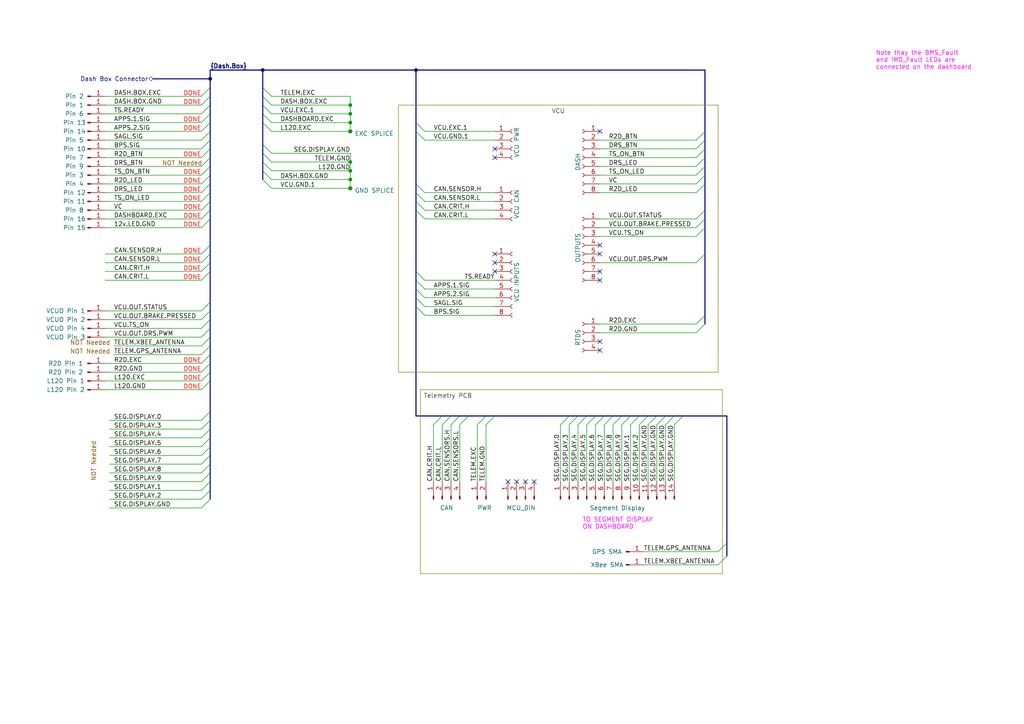
<source format=kicad_sch>
(kicad_sch (version 20230121) (generator eeschema)
  (paper "A4")
  (lib_symbols
    (symbol "Connector:Conn_01x01_Pin" (pin_names (offset 1.016) hide)
      (property "Reference" "J" (at 0 2.54 0))
      (property "Value" "Conn_01x01_Pin" (at 0 -2.54 0))
      (symbol "Conn_01x01_Pin_1_1"
        (polyline (pts (xy 1.27 0) (xy 0.8636 0)) (stroke (width 0.1524)))
        (rectangle (start 0.8636 0.127) (end 0 -0.127) (stroke (width 0.1524)) (fill (type outline)))
        (pin passive line (at 5.08 0 180) (length 3.81) (name "Pin_1") (number "1"))
      )
    )
    (symbol "Connector:Conn_01x02_Pin" (pin_names (offset 1.016) hide)
      (property "Reference" "J" (at 0 2.54 0))
      (property "Value" "Conn_01x02_Pin" (at 0 -5.08 0))
      (symbol "Conn_01x02_Pin_1_1"
        (polyline (pts (xy 1.27 -2.54) (xy 0.8636 -2.54)) (stroke (width 0.1524)))
        (polyline (pts (xy 1.27 0) (xy 0.8636 0)) (stroke (width 0.1524)))
        (rectangle (start 0.8636 -2.413) (end 0 -2.667) (stroke (width 0.1524)) (fill (type outline)))
        (rectangle (start 0.8636 0.127) (end 0 -0.127) (stroke (width 0.1524)) (fill (type outline)))
        (pin passive line (at 5.08 0 180) (length 3.81) (name "Pin_1") (number "1"))
        (pin passive line (at 5.08 -2.54 180) (length 3.81) (name "Pin_2") (number "2"))
      )
    )
    (symbol "Connector:Conn_01x04_Female" (pin_names (offset 1.016) hide)
      (property "Reference" "J" (at 0 5.08 0))
      (property "Value" "Conn_01x04_Female" (at 0 -7.62 0))
      (symbol "Conn_01x04_Female_1_1"
        (arc (start 0 -4.572) (mid -0.5058 -5.08) (end 0 -5.588) (stroke (width 0.1524)))
        (arc (start 0 -2.032) (mid -0.5058 -2.54) (end 0 -3.048) (stroke (width 0.1524)))
        (polyline (pts (xy -1.27 -5.08) (xy -0.508 -5.08)) (stroke (width 0.1524)))
        (polyline (pts (xy -1.27 -2.54) (xy -0.508 -2.54)) (stroke (width 0.1524)))
        (polyline (pts (xy -1.27 0) (xy -0.508 0)) (stroke (width 0.1524)))
        (polyline (pts (xy -1.27 2.54) (xy -0.508 2.54)) (stroke (width 0.1524)))
        (arc (start 0 0.508) (mid -0.5058 0) (end 0 -0.508) (stroke (width 0.1524)))
        (arc (start 0 3.048) (mid -0.5058 2.54) (end 0 2.032) (stroke (width 0.1524)))
        (pin passive line (at -5.08 2.54 0) (length 3.81) (name "Pin_1") (number "1"))
        (pin passive line (at -5.08 0 0) (length 3.81) (name "Pin_2") (number "2"))
        (pin passive line (at -5.08 -2.54 0) (length 3.81) (name "Pin_3") (number "3"))
        (pin passive line (at -5.08 -5.08 0) (length 3.81) (name "Pin_4") (number "4"))
      )
    )
    (symbol "Connector:Conn_01x04_Pin" (pin_names (offset 1.016) hide)
      (property "Reference" "J" (at 0 5.08 0))
      (property "Value" "Conn_01x04_Pin" (at 0 -7.62 0))
      (symbol "Conn_01x04_Pin_1_1"
        (polyline (pts (xy 1.27 -5.08) (xy 0.8636 -5.08)) (stroke (width 0.1524)))
        (polyline (pts (xy 1.27 -2.54) (xy 0.8636 -2.54)) (stroke (width 0.1524)))
        (polyline (pts (xy 1.27 0) (xy 0.8636 0)) (stroke (width 0.1524)))
        (polyline (pts (xy 1.27 2.54) (xy 0.8636 2.54)) (stroke (width 0.1524)))
        (rectangle (start 0.8636 -4.953) (end 0 -5.207) (stroke (width 0.1524)) (fill (type outline)))
        (rectangle (start 0.8636 -2.413) (end 0 -2.667) (stroke (width 0.1524)) (fill (type outline)))
        (rectangle (start 0.8636 0.127) (end 0 -0.127) (stroke (width 0.1524)) (fill (type outline)))
        (rectangle (start 0.8636 2.667) (end 0 2.413) (stroke (width 0.1524)) (fill (type outline)))
        (pin passive line (at 5.08 2.54 180) (length 3.81) (name "Pin_1") (number "1"))
        (pin passive line (at 5.08 0 180) (length 3.81) (name "Pin_2") (number "2"))
        (pin passive line (at 5.08 -2.54 180) (length 3.81) (name "Pin_3") (number "3"))
        (pin passive line (at 5.08 -5.08 180) (length 3.81) (name "Pin_4") (number "4"))
      )
    )
    (symbol "Connector:Conn_01x08_Female" (pin_names (offset 1.016) hide)
      (property "Reference" "J" (at 0 10.16 0))
      (property "Value" "Conn_01x08_Female" (at 0 -12.7 0))
      (symbol "Conn_01x08_Female_1_1"
        (arc (start 0 -9.652) (mid -0.5058 -10.16) (end 0 -10.668) (stroke (width 0.1524)))
        (arc (start 0 -7.112) (mid -0.5058 -7.62) (end 0 -8.128) (stroke (width 0.1524)))
        (arc (start 0 -4.572) (mid -0.5058 -5.08) (end 0 -5.588) (stroke (width 0.1524)))
        (arc (start 0 -2.032) (mid -0.5058 -2.54) (end 0 -3.048) (stroke (width 0.1524)))
        (polyline (pts (xy -1.27 -10.16) (xy -0.508 -10.16)) (stroke (width 0.1524)))
        (polyline (pts (xy -1.27 -7.62) (xy -0.508 -7.62)) (stroke (width 0.1524)))
        (polyline (pts (xy -1.27 -5.08) (xy -0.508 -5.08)) (stroke (width 0.1524)))
        (polyline (pts (xy -1.27 -2.54) (xy -0.508 -2.54)) (stroke (width 0.1524)))
        (polyline (pts (xy -1.27 0) (xy -0.508 0)) (stroke (width 0.1524)))
        (polyline (pts (xy -1.27 2.54) (xy -0.508 2.54)) (stroke (width 0.1524)))
        (polyline (pts (xy -1.27 5.08) (xy -0.508 5.08)) (stroke (width 0.1524)))
        (polyline (pts (xy -1.27 7.62) (xy -0.508 7.62)) (stroke (width 0.1524)))
        (arc (start 0 0.508) (mid -0.5058 0) (end 0 -0.508) (stroke (width 0.1524)))
        (arc (start 0 3.048) (mid -0.5058 2.54) (end 0 2.032) (stroke (width 0.1524)))
        (arc (start 0 5.588) (mid -0.5058 5.08) (end 0 4.572) (stroke (width 0.1524)))
        (arc (start 0 8.128) (mid -0.5058 7.62) (end 0 7.112) (stroke (width 0.1524)))
        (pin passive line (at -5.08 7.62 0) (length 3.81) (name "Pin_1") (number "1"))
        (pin passive line (at -5.08 5.08 0) (length 3.81) (name "Pin_2") (number "2"))
        (pin passive line (at -5.08 2.54 0) (length 3.81) (name "Pin_3") (number "3"))
        (pin passive line (at -5.08 0 0) (length 3.81) (name "Pin_4") (number "4"))
        (pin passive line (at -5.08 -2.54 0) (length 3.81) (name "Pin_5") (number "5"))
        (pin passive line (at -5.08 -5.08 0) (length 3.81) (name "Pin_6") (number "6"))
        (pin passive line (at -5.08 -7.62 0) (length 3.81) (name "Pin_7") (number "7"))
        (pin passive line (at -5.08 -10.16 0) (length 3.81) (name "Pin_8") (number "8"))
      )
    )
    (symbol "Connector:Conn_01x14_Pin" (pin_names (offset 1.016) hide)
      (property "Reference" "J" (at 0 17.78 0))
      (property "Value" "Conn_01x14_Pin" (at 0 -20.32 0))
      (symbol "Conn_01x14_Pin_1_1"
        (polyline (pts (xy 1.27 -17.78) (xy 0.8636 -17.78)) (stroke (width 0.1524)))
        (polyline (pts (xy 1.27 -15.24) (xy 0.8636 -15.24)) (stroke (width 0.1524)))
        (polyline (pts (xy 1.27 -12.7) (xy 0.8636 -12.7)) (stroke (width 0.1524)))
        (polyline (pts (xy 1.27 -10.16) (xy 0.8636 -10.16)) (stroke (width 0.1524)))
        (polyline (pts (xy 1.27 -7.62) (xy 0.8636 -7.62)) (stroke (width 0.1524)))
        (polyline (pts (xy 1.27 -5.08) (xy 0.8636 -5.08)) (stroke (width 0.1524)))
        (polyline (pts (xy 1.27 -2.54) (xy 0.8636 -2.54)) (stroke (width 0.1524)))
        (polyline (pts (xy 1.27 0) (xy 0.8636 0)) (stroke (width 0.1524)))
        (polyline (pts (xy 1.27 2.54) (xy 0.8636 2.54)) (stroke (width 0.1524)))
        (polyline (pts (xy 1.27 5.08) (xy 0.8636 5.08)) (stroke (width 0.1524)))
        (polyline (pts (xy 1.27 7.62) (xy 0.8636 7.62)) (stroke (width 0.1524)))
        (polyline (pts (xy 1.27 10.16) (xy 0.8636 10.16)) (stroke (width 0.1524)))
        (polyline (pts (xy 1.27 12.7) (xy 0.8636 12.7)) (stroke (width 0.1524)))
        (polyline (pts (xy 1.27 15.24) (xy 0.8636 15.24)) (stroke (width 0.1524)))
        (rectangle (start 0.8636 -17.653) (end 0 -17.907) (stroke (width 0.1524)) (fill (type outline)))
        (rectangle (start 0.8636 -15.113) (end 0 -15.367) (stroke (width 0.1524)) (fill (type outline)))
        (rectangle (start 0.8636 -12.573) (end 0 -12.827) (stroke (width 0.1524)) (fill (type outline)))
        (rectangle (start 0.8636 -10.033) (end 0 -10.287) (stroke (width 0.1524)) (fill (type outline)))
        (rectangle (start 0.8636 -7.493) (end 0 -7.747) (stroke (width 0.1524)) (fill (type outline)))
        (rectangle (start 0.8636 -4.953) (end 0 -5.207) (stroke (width 0.1524)) (fill (type outline)))
        (rectangle (start 0.8636 -2.413) (end 0 -2.667) (stroke (width 0.1524)) (fill (type outline)))
        (rectangle (start 0.8636 0.127) (end 0 -0.127) (stroke (width 0.1524)) (fill (type outline)))
        (rectangle (start 0.8636 2.667) (end 0 2.413) (stroke (width 0.1524)) (fill (type outline)))
        (rectangle (start 0.8636 5.207) (end 0 4.953) (stroke (width 0.1524)) (fill (type outline)))
        (rectangle (start 0.8636 7.747) (end 0 7.493) (stroke (width 0.1524)) (fill (type outline)))
        (rectangle (start 0.8636 10.287) (end 0 10.033) (stroke (width 0.1524)) (fill (type outline)))
        (rectangle (start 0.8636 12.827) (end 0 12.573) (stroke (width 0.1524)) (fill (type outline)))
        (rectangle (start 0.8636 15.367) (end 0 15.113) (stroke (width 0.1524)) (fill (type outline)))
        (pin passive line (at 5.08 15.24 180) (length 3.81) (name "Pin_1") (number "1"))
        (pin passive line (at 5.08 -7.62 180) (length 3.81) (name "Pin_10") (number "10"))
        (pin passive line (at 5.08 -10.16 180) (length 3.81) (name "Pin_11") (number "11"))
        (pin passive line (at 5.08 -12.7 180) (length 3.81) (name "Pin_12") (number "12"))
        (pin passive line (at 5.08 -15.24 180) (length 3.81) (name "Pin_13") (number "13"))
        (pin passive line (at 5.08 -17.78 180) (length 3.81) (name "Pin_14") (number "14"))
        (pin passive line (at 5.08 12.7 180) (length 3.81) (name "Pin_2") (number "2"))
        (pin passive line (at 5.08 10.16 180) (length 3.81) (name "Pin_3") (number "3"))
        (pin passive line (at 5.08 7.62 180) (length 3.81) (name "Pin_4") (number "4"))
        (pin passive line (at 5.08 5.08 180) (length 3.81) (name "Pin_5") (number "5"))
        (pin passive line (at 5.08 2.54 180) (length 3.81) (name "Pin_6") (number "6"))
        (pin passive line (at 5.08 0 180) (length 3.81) (name "Pin_7") (number "7"))
        (pin passive line (at 5.08 -2.54 180) (length 3.81) (name "Pin_8") (number "8"))
        (pin passive line (at 5.08 -5.08 180) (length 3.81) (name "Pin_9") (number "9"))
      )
    )
    (symbol "Connector:TestPoint_Small" (pin_numbers hide) (pin_names (offset 0.762) hide)
      (property "Reference" "TP" (at 0 3.81 0))
      (property "Value" "TestPoint_Small" (at 0 2.032 0))
      (symbol "TestPoint_Small_0_1"
        (circle (center 0 0) (radius 0.508))
      )
      (symbol "TestPoint_Small_1_1"
        (pin passive line (at 0 0 90) (length 0) (name "1") (number "1"))
      )
    )
  )
  (junction (at 76.2 20.32))
  (junction (at 101.6 30.48))
  (junction (at 101.6 35.56))
  (junction (at 101.6 46.99))
  (junction (at 120.65 20.32))
  (junction (at 60.96 22.86))
  (junction (at 101.6 38.1))
  (junction (at 101.6 52.07))
  (junction (at 101.6 33.02))
  (junction (at 101.6 49.53))
  (junction (at 101.6 54.61))
  (no_connect (at 143.51 43.18))
  (no_connect (at 143.51 45.72))
  (no_connect (at 173.99 81.28))
  (no_connect (at 173.99 38.1))
  (no_connect (at 173.99 99.06))
  (no_connect (at 173.99 71.12))
  (no_connect (at 147.32 139.7))
  (no_connect (at 143.51 76.2))
  (no_connect (at 154.94 139.7))
  (no_connect (at 173.99 101.6))
  (no_connect (at 173.99 73.66))
  (no_connect (at 173.99 78.74))
  (no_connect (at 143.51 78.74))
  (no_connect (at 149.86 139.7))
  (no_connect (at 143.51 73.66))
  (no_connect (at 152.4 139.7))
  (bus_entry (at 204.47 38.1) (size -2.54 2.54))
  (bus_entry (at 120.65 81.28) (size 2.54 2.54))
  (bus_entry (at 58.42 107.95) (size 2.54 -2.54))
  (bus_entry (at 76.2 35.56) (size 2.54 2.54))
  (bus_entry (at 120.65 55.88) (size 2.54 2.54))
  (bus_entry (at 187.96 120.65) (size -2.54 2.54))
  (bus_entry (at 58.42 76.2) (size 2.54 -2.54))
  (bus_entry (at 204.47 53.34) (size -2.54 2.54))
  (bus_entry (at 204.47 45.72) (size -2.54 2.54))
  (bus_entry (at 201.93 63.5) (size 2.54 -2.54))
  (bus_entry (at 170.18 120.65) (size -2.54 2.54))
  (bus_entry (at 60.96 124.46) (size -2.54 2.54))
  (bus_entry (at 58.42 43.18) (size 2.54 -2.54))
  (bus_entry (at 120.65 88.9) (size 2.54 2.54))
  (bus_entry (at 58.42 33.02) (size 2.54 -2.54))
  (bus_entry (at 60.96 127) (size -2.54 2.54))
  (bus_entry (at 120.65 58.42) (size 2.54 2.54))
  (bus_entry (at 58.42 90.17) (size 2.54 -2.54))
  (bus_entry (at 60.96 139.7) (size -2.54 2.54))
  (bus_entry (at 120.65 83.82) (size 2.54 2.54))
  (bus_entry (at 201.93 66.04) (size 2.54 -2.54))
  (bus_entry (at 135.89 120.65) (size -2.54 2.54))
  (bus_entry (at 204.47 50.8) (size -2.54 2.54))
  (bus_entry (at 76.2 52.07) (size 2.54 2.54))
  (bus_entry (at 185.42 120.65) (size -2.54 2.54))
  (bus_entry (at 58.42 35.56) (size 2.54 -2.54))
  (bus_entry (at 60.96 97.79) (size -2.54 2.54))
  (bus_entry (at 140.97 120.65) (size -2.54 2.54))
  (bus_entry (at 201.93 76.2) (size 2.54 -2.54))
  (bus_entry (at 198.12 120.65) (size -2.54 2.54))
  (bus_entry (at 60.96 132.08) (size -2.54 2.54))
  (bus_entry (at 58.42 73.66) (size 2.54 -2.54))
  (bus_entry (at 76.2 27.94) (size 2.54 2.54))
  (bus_entry (at 143.51 120.65) (size -2.54 2.54))
  (bus_entry (at 60.96 144.78) (size -2.54 2.54))
  (bus_entry (at 58.42 30.48) (size 2.54 -2.54))
  (bus_entry (at 204.47 48.26) (size -2.54 2.54))
  (bus_entry (at 76.2 33.02) (size 2.54 2.54))
  (bus_entry (at 177.8 120.65) (size -2.54 2.54))
  (bus_entry (at 120.65 38.1) (size 2.54 2.54))
  (bus_entry (at 58.42 78.74) (size 2.54 -2.54))
  (bus_entry (at 120.65 78.74) (size 2.54 2.54))
  (bus_entry (at 60.96 60.96) (size -2.54 2.54))
  (bus_entry (at 60.96 63.5) (size -2.54 2.54))
  (bus_entry (at 58.42 105.41) (size 2.54 -2.54))
  (bus_entry (at 58.42 38.1) (size 2.54 -2.54))
  (bus_entry (at 210.82 157.48) (size -2.54 2.54))
  (bus_entry (at 58.42 58.42) (size 2.54 -2.54))
  (bus_entry (at 210.82 161.29) (size -2.54 2.54))
  (bus_entry (at 58.42 48.26) (size 2.54 -2.54))
  (bus_entry (at 58.42 81.28) (size 2.54 -2.54))
  (bus_entry (at 195.58 120.65) (size -2.54 2.54))
  (bus_entry (at 58.42 55.88) (size 2.54 -2.54))
  (bus_entry (at 128.27 120.65) (size -2.54 2.54))
  (bus_entry (at 58.42 60.96) (size 2.54 -2.54))
  (bus_entry (at 204.47 43.18) (size -2.54 2.54))
  (bus_entry (at 60.96 100.33) (size -2.54 2.54))
  (bus_entry (at 58.42 40.64) (size 2.54 -2.54))
  (bus_entry (at 172.72 120.65) (size -2.54 2.54))
  (bus_entry (at 76.2 25.4) (size 2.54 2.54))
  (bus_entry (at 182.88 120.65) (size -2.54 2.54))
  (bus_entry (at 120.65 86.36) (size 2.54 2.54))
  (bus_entry (at 165.1 120.65) (size -2.54 2.54))
  (bus_entry (at 120.65 35.56) (size 2.54 2.54))
  (bus_entry (at 61.0101 129.5559) (size -2.54 2.54))
  (bus_entry (at 58.42 97.79) (size 2.54 -2.54))
  (bus_entry (at 175.26 120.65) (size -2.54 2.54))
  (bus_entry (at 58.42 53.34) (size 2.54 -2.54))
  (bus_entry (at 130.81 120.65) (size -2.54 2.54))
  (bus_entry (at 60.96 137.16) (size -2.54 2.54))
  (bus_entry (at 76.2 44.45) (size 2.54 2.54))
  (bus_entry (at 180.34 120.65) (size -2.54 2.54))
  (bus_entry (at 204.47 40.64) (size -2.54 2.54))
  (bus_entry (at 201.93 68.58) (size 2.54 -2.54))
  (bus_entry (at 58.42 110.49) (size 2.54 -2.54))
  (bus_entry (at 58.42 113.03) (size 2.54 -2.54))
  (bus_entry (at 204.47 93.98) (size -2.54 2.54))
  (bus_entry (at 76.2 49.53) (size 2.54 2.54))
  (bus_entry (at 60.96 121.92) (size -2.54 2.54))
  (bus_entry (at 193.04 120.65) (size -2.54 2.54))
  (bus_entry (at 58.42 95.25) (size 2.54 -2.54))
  (bus_entry (at 76.2 46.99) (size 2.54 2.54))
  (bus_entry (at 58.42 27.94) (size 2.54 -2.54))
  (bus_entry (at 167.64 120.65) (size -2.54 2.54))
  (bus_entry (at 76.2 41.91) (size 2.54 2.54))
  (bus_entry (at 58.42 45.72) (size 2.54 -2.54))
  (bus_entry (at 204.47 91.44) (size -2.54 2.54))
  (bus_entry (at 58.42 50.8) (size 2.54 -2.54))
  (bus_entry (at 60.96 134.62) (size -2.54 2.54))
  (bus_entry (at 120.65 60.96) (size 2.54 2.54))
  (bus_entry (at 58.42 92.71) (size 2.54 -2.54))
  (bus_entry (at 60.96 119.38) (size -2.54 2.54))
  (bus_entry (at 120.65 53.34) (size 2.54 2.54))
  (bus_entry (at 133.35 120.65) (size -2.54 2.54))
  (bus_entry (at 76.2 30.48) (size 2.54 2.54))
  (bus_entry (at 190.5 120.65) (size -2.54 2.54))
  (bus_entry (at 60.96 142.24) (size -2.54 2.54))
  (wire (pts (xy 101.6 49.53) (xy 101.6 52.07)))
  (bus (pts (xy 76.2 30.48) (xy 76.2 33.02)))
  (bus (pts (xy 60.96 35.56) (xy 60.96 33.02)))
  (wire (pts (xy 177.8 123.19) (xy 177.8 139.7)))
  (wire (pts (xy 30.48 50.8) (xy 58.42 50.8)))
  (bus (pts (xy 60.96 139.7) (xy 60.96 142.24)))
  (bus (pts (xy 190.5 120.65) (xy 193.04 120.65)))
  (wire (pts (xy 30.48 33.02) (xy 58.42 33.02)))
  (bus (pts (xy 120.65 55.88) (xy 120.65 58.42)))
  (bus (pts (xy 60.96 60.96) (xy 60.96 63.5)))
  (wire (pts (xy 173.99 50.8) (xy 201.93 50.8)))
  (wire (pts (xy 31.75 139.7) (xy 58.42 139.7)))
  (bus (pts (xy 120.65 83.82) (xy 120.65 86.36)))
  (bus (pts (xy 204.47 48.26) (xy 204.47 50.8)))
  (bus (pts (xy 204.47 63.5) (xy 204.47 66.04)))
  (wire (pts (xy 173.99 40.64) (xy 201.93 40.64)))
  (bus (pts (xy 60.96 105.41) (xy 60.96 107.95)))
  (wire (pts (xy 31.75 142.24) (xy 58.42 142.24)))
  (wire (pts (xy 173.99 66.04) (xy 201.93 66.04)))
  (bus (pts (xy 170.18 120.65) (xy 172.72 120.65)))
  (bus (pts (xy 133.35 120.65) (xy 135.89 120.65)))
  (bus (pts (xy 76.2 20.32) (xy 76.2 25.4)))
  (bus (pts (xy 210.82 120.65) (xy 210.82 157.48)))
  (wire (pts (xy 31.8001 132.0959) (xy 58.4701 132.0959)))
  (bus (pts (xy 177.8 120.65) (xy 180.34 120.65)))
  (bus (pts (xy 185.42 120.65) (xy 187.96 120.65)))
  (wire (pts (xy 30.48 60.96) (xy 58.42 60.96)))
  (wire (pts (xy 30.48 73.66) (xy 58.42 73.66)))
  (bus (pts (xy 195.58 120.65) (xy 198.12 120.65)))
  (bus (pts (xy 60.96 38.1) (xy 60.96 35.56)))
  (wire (pts (xy 175.26 123.19) (xy 175.26 139.7)))
  (bus (pts (xy 120.65 53.34) (xy 120.65 55.88)))
  (bus (pts (xy 120.65 35.56) (xy 120.65 20.32)))
  (wire (pts (xy 162.56 123.19) (xy 162.56 139.7)))
  (bus (pts (xy 60.96 92.71) (xy 60.96 95.25)))
  (wire (pts (xy 193.04 123.19) (xy 193.04 139.7)))
  (bus (pts (xy 120.65 60.96) (xy 120.65 78.74)))
  (bus (pts (xy 198.12 120.65) (xy 210.82 120.65)))
  (wire (pts (xy 128.27 123.19) (xy 128.27 139.7)))
  (bus (pts (xy 60.96 40.64) (xy 60.96 38.1)))
  (bus (pts (xy 76.2 41.91) (xy 76.2 44.45)))
  (bus (pts (xy 204.47 60.96) (xy 204.47 63.5)))
  (wire (pts (xy 33.02 100.33) (xy 58.42 100.33)))
  (wire (pts (xy 123.19 88.9) (xy 143.51 88.9)))
  (bus (pts (xy 120.65 78.74) (xy 120.65 81.28)))
  (wire (pts (xy 123.19 81.28) (xy 143.51 81.28)))
  (wire (pts (xy 31.75 127) (xy 58.42 127)))
  (wire (pts (xy 30.48 90.17) (xy 58.42 90.17)))
  (wire (pts (xy 58.42 40.64) (xy 30.48 40.64)))
  (bus (pts (xy 180.34 120.65) (xy 182.88 120.65)))
  (bus (pts (xy 120.65 38.1) (xy 120.65 53.34)))
  (wire (pts (xy 167.64 123.19) (xy 167.64 139.7)))
  (wire (pts (xy 30.48 43.18) (xy 58.42 43.18)))
  (wire (pts (xy 33.02 102.87) (xy 58.42 102.87)))
  (wire (pts (xy 101.6 52.07) (xy 101.6 54.61)))
  (wire (pts (xy 125.73 123.19) (xy 125.73 139.7)))
  (wire (pts (xy 30.48 53.34) (xy 58.42 53.34)))
  (wire (pts (xy 130.81 123.19) (xy 130.81 139.7)))
  (bus (pts (xy 204.47 45.72) (xy 204.47 48.26)))
  (wire (pts (xy 30.48 76.2) (xy 58.42 76.2)))
  (bus (pts (xy 76.2 27.94) (xy 76.2 30.48)))
  (bus (pts (xy 60.96 121.92) (xy 60.96 124.46)))
  (bus (pts (xy 60.96 27.94) (xy 60.96 30.48)))
  (wire (pts (xy 173.99 55.88) (xy 201.93 55.88)))
  (wire (pts (xy 30.48 55.88) (xy 58.42 55.88)))
  (wire (pts (xy 101.6 44.45) (xy 101.6 46.99)))
  (wire (pts (xy 30.48 63.5) (xy 58.42 63.5)))
  (bus (pts (xy 60.96 134.62) (xy 60.96 137.16)))
  (wire (pts (xy 31.75 121.92) (xy 58.42 121.92)))
  (wire (pts (xy 31.75 129.54) (xy 58.42 129.54)))
  (wire (pts (xy 170.18 123.19) (xy 170.18 139.7)))
  (bus (pts (xy 60.96 43.18) (xy 60.96 45.72)))
  (wire (pts (xy 30.48 78.74) (xy 58.42 78.74)))
  (bus (pts (xy 60.96 50.8) (xy 60.96 53.34)))
  (wire (pts (xy 173.99 96.52) (xy 201.93 96.52)))
  (bus (pts (xy 60.96 142.24) (xy 60.96 144.78)))
  (wire (pts (xy 140.97 123.19) (xy 140.97 139.7)))
  (bus (pts (xy 60.96 27.94) (xy 60.96 25.4)))
  (bus (pts (xy 60.96 78.74) (xy 60.96 87.63)))
  (bus (pts (xy 120.65 88.9) (xy 120.65 120.65)))
  (bus (pts (xy 204.47 40.64) (xy 204.47 43.18)))
  (bus (pts (xy 76.2 49.53) (xy 76.2 52.07)))
  (wire (pts (xy 123.19 38.1) (xy 143.51 38.1)))
  (bus (pts (xy 60.96 71.12) (xy 60.96 73.66)))
  (bus (pts (xy 135.89 120.65) (xy 140.97 120.65)))
  (wire (pts (xy 78.74 27.94) (xy 101.6 27.94)))
  (wire (pts (xy 101.6 46.99) (xy 101.6 49.53)))
  (wire (pts (xy 78.74 44.45) (xy 101.6 44.45)))
  (wire (pts (xy 30.48 95.25) (xy 58.42 95.25)))
  (wire (pts (xy 123.19 83.82) (xy 143.51 83.82)))
  (wire (pts (xy 30.48 38.1) (xy 58.42 38.1)))
  (wire (pts (xy 31.75 137.16) (xy 58.42 137.16)))
  (wire (pts (xy 165.1 123.19) (xy 165.1 139.7)))
  (bus (pts (xy 60.96 137.16) (xy 60.96 139.7)))
  (wire (pts (xy 30.48 97.79) (xy 58.42 97.79)))
  (bus (pts (xy 60.96 20.32) (xy 76.2 20.32)))
  (bus (pts (xy 60.96 48.26) (xy 60.96 50.8)))
  (wire (pts (xy 30.48 107.95) (xy 58.42 107.95)))
  (bus (pts (xy 165.1 120.65) (xy 167.64 120.65)))
  (wire (pts (xy 101.6 27.94) (xy 101.6 30.48)))
  (bus (pts (xy 204.47 50.8) (xy 204.47 53.34)))
  (bus (pts (xy 60.96 97.79) (xy 60.96 100.33)))
  (wire (pts (xy 30.48 110.49) (xy 58.42 110.49)))
  (wire (pts (xy 78.74 33.02) (xy 101.6 33.02)))
  (bus (pts (xy 76.2 35.56) (xy 76.2 41.91)))
  (bus (pts (xy 204.47 43.18) (xy 204.47 45.72)))
  (bus (pts (xy 76.2 46.99) (xy 76.2 49.53)))
  (bus (pts (xy 210.82 157.48) (xy 210.82 161.29)))
  (bus (pts (xy 60.96 40.64) (xy 60.96 43.18)))
  (wire (pts (xy 78.74 30.48) (xy 101.6 30.48)))
  (bus (pts (xy 204.47 66.04) (xy 204.47 73.66)))
  (bus (pts (xy 60.96 124.46) (xy 60.96 127)))
  (wire (pts (xy 78.74 35.56) (xy 101.6 35.56)))
  (wire (pts (xy 190.5 123.19) (xy 190.5 139.7)))
  (bus (pts (xy 60.96 30.48) (xy 60.96 33.02)))
  (wire (pts (xy 78.74 52.07) (xy 101.6 52.07)))
  (wire (pts (xy 78.74 38.1) (xy 101.6 38.1)))
  (bus (pts (xy 60.96 55.88) (xy 60.96 58.42)))
  (wire (pts (xy 123.19 63.5) (xy 143.51 63.5)))
  (wire (pts (xy 30.48 105.41) (xy 58.42 105.41)))
  (bus (pts (xy 60.96 90.17) (xy 60.96 92.71)))
  (bus (pts (xy 204.47 73.66) (xy 204.47 91.44)))
  (wire (pts (xy 133.35 123.19) (xy 133.35 139.7)))
  (bus (pts (xy 128.27 120.65) (xy 120.65 120.65)))
  (wire (pts (xy 78.74 49.53) (xy 101.6 49.53)))
  (bus (pts (xy 120.65 86.36) (xy 120.65 88.9)))
  (wire (pts (xy 123.19 91.44) (xy 143.51 91.44)))
  (wire (pts (xy 101.6 30.48) (xy 101.6 33.02)))
  (wire (pts (xy 31.75 124.46) (xy 58.42 124.46)))
  (bus (pts (xy 140.97 120.65) (xy 143.51 120.65)))
  (wire (pts (xy 173.99 63.5) (xy 201.93 63.5)))
  (wire (pts (xy 123.19 40.64) (xy 143.51 40.64)))
  (wire (pts (xy 173.99 43.18) (xy 201.93 43.18)))
  (bus (pts (xy 167.64 120.65) (xy 170.18 120.65)))
  (wire (pts (xy 30.48 27.94) (xy 58.42 27.94)))
  (wire (pts (xy 123.19 60.96) (xy 143.51 60.96)))
  (wire (pts (xy 180.34 123.19) (xy 180.34 139.7)))
  (bus (pts (xy 175.26 120.65) (xy 177.8 120.65)))
  (wire (pts (xy 58.42 35.56) (xy 30.48 35.56)))
  (bus (pts (xy 60.96 20.32) (xy 60.96 22.86)))
  (bus (pts (xy 76.2 44.45) (xy 76.2 46.99)))
  (bus (pts (xy 60.96 95.25) (xy 60.96 97.79)))
  (wire (pts (xy 31.75 134.62) (xy 58.42 134.62)))
  (wire (pts (xy 101.6 33.02) (xy 101.6 35.56)))
  (bus (pts (xy 60.96 102.87) (xy 60.96 105.41)))
  (bus (pts (xy 60.96 58.42) (xy 60.96 60.96)))
  (bus (pts (xy 60.96 87.63) (xy 60.96 90.17)))
  (bus (pts (xy 76.2 20.32) (xy 120.65 20.32)))
  (bus (pts (xy 76.2 33.02) (xy 76.2 35.56)))
  (wire (pts (xy 30.48 113.03) (xy 58.42 113.03)))
  (bus (pts (xy 60.96 132.08) (xy 60.96 134.62)))
  (wire (pts (xy 78.74 46.99) (xy 101.6 46.99)))
  (wire (pts (xy 173.99 93.98) (xy 201.93 93.98)))
  (wire (pts (xy 123.19 86.36) (xy 143.51 86.36)))
  (bus (pts (xy 60.96 119.38) (xy 60.96 121.92)))
  (wire (pts (xy 173.99 45.72) (xy 201.93 45.72)))
  (wire (pts (xy 186.69 163.83) (xy 208.28 163.83)))
  (wire (pts (xy 173.99 68.58) (xy 201.93 68.58)))
  (wire (pts (xy 123.19 58.42) (xy 143.51 58.42)))
  (bus (pts (xy 60.96 25.4) (xy 60.96 22.86)))
  (wire (pts (xy 187.96 123.19) (xy 187.96 139.7)))
  (bus (pts (xy 172.72 120.65) (xy 175.26 120.65)))
  (wire (pts (xy 172.72 123.19) (xy 172.72 139.7)))
  (wire (pts (xy 30.48 92.71) (xy 58.42 92.71)))
  (bus (pts (xy 60.96 107.95) (xy 60.96 110.49)))
  (bus (pts (xy 60.96 45.72) (xy 60.96 48.26)))
  (wire (pts (xy 186.69 160.02) (xy 208.28 160.02)))
  (wire (pts (xy 182.88 123.19) (xy 182.88 139.7)))
  (wire (pts (xy 101.6 35.56) (xy 101.6 38.1)))
  (wire (pts (xy 173.99 76.2) (xy 201.93 76.2)))
  (wire (pts (xy 173.99 48.26) (xy 201.93 48.26)))
  (wire (pts (xy 123.19 55.88) (xy 143.51 55.88)))
  (bus (pts (xy 60.96 127) (xy 60.96 132.08)))
  (wire (pts (xy 173.99 53.34) (xy 201.93 53.34)))
  (bus (pts (xy 120.65 58.42) (xy 120.65 60.96)))
  (bus (pts (xy 60.96 73.66) (xy 60.96 76.2)))
  (bus (pts (xy 204.47 38.1) (xy 204.47 40.64)))
  (wire (pts (xy 31.75 144.78) (xy 58.42 144.78)))
  (bus (pts (xy 60.96 53.34) (xy 60.96 55.88)))
  (bus (pts (xy 44.45 22.86) (xy 60.96 22.86)))
  (wire (pts (xy 30.48 58.42) (xy 58.42 58.42)))
  (bus (pts (xy 120.65 38.1) (xy 120.65 35.56)))
  (bus (pts (xy 128.27 120.65) (xy 130.81 120.65)))
  (bus (pts (xy 130.81 120.65) (xy 133.35 120.65)))
  (wire (pts (xy 195.58 123.19) (xy 195.58 139.7)))
  (wire (pts (xy 30.48 45.72) (xy 58.42 45.72)))
  (bus (pts (xy 204.47 91.44) (xy 204.47 93.98)))
  (bus (pts (xy 204.47 53.34) (xy 204.47 60.96)))
  (bus (pts (xy 187.96 120.65) (xy 190.5 120.65)))
  (bus (pts (xy 60.96 63.5) (xy 60.96 71.12)))
  (bus (pts (xy 182.88 120.65) (xy 185.42 120.65)))
  (wire (pts (xy 30.48 66.04) (xy 58.42 66.04)))
  (bus (pts (xy 76.2 25.4) (xy 76.2 27.94)))
  (bus (pts (xy 60.96 110.49) (xy 60.96 119.38)))
  (bus (pts (xy 204.47 20.32) (xy 204.47 38.1)))
  (wire (pts (xy 30.48 30.48) (xy 58.42 30.48)))
  (bus (pts (xy 143.51 120.65) (xy 165.1 120.65)))
  (bus (pts (xy 120.65 81.28) (xy 120.65 83.82)))
  (bus (pts (xy 60.96 100.33) (xy 60.96 102.87)))
  (wire (pts (xy 78.74 54.61) (xy 101.6 54.61)))
  (bus (pts (xy 60.96 76.2) (xy 60.96 78.74)))
  (wire (pts (xy 31.75 147.32) (xy 58.42 147.32)))
  (bus (pts (xy 120.65 20.32) (xy 204.47 20.32)))
  (wire (pts (xy 185.42 123.19) (xy 185.42 139.7)))
  (wire (pts (xy 30.48 48.26) (xy 58.42 48.26)))
  (wire (pts (xy 138.43 123.19) (xy 138.43 139.7)))
  (wire (pts (xy 30.48 81.28) (xy 58.42 81.28)))
  (bus (pts (xy 193.04 120.65) (xy 195.58 120.65)))
  (text_box "VCU" (at 115.57 30.48 0) (size 92.71 77.47) (stroke (width 0) (color 132 132 0 1)) (effects (font (size 1.27 1.27)) (justify top)))
  (text_box "Telemetry PCB" (at 121.92 113.03 0) (size 87.63 53.34) (stroke (width 0) (color 132 132 0 1)) (effects (font (size 1.27 1.27)) (justify left top)))
  (text "DONE" (at 58.42 30.48 0) (effects (font (size 1.27 1.27)) (justify right bottom)))
  (text "DONE" (at 58.42 73.66 0) (effects (font (size 1.27 1.27)) (justify right bottom)))
  (text "NOT Needed" (at 46.99 48.26 0) (effects (font (size 1.27 1.27)) (justify left bottom)))
  (text "DONE" (at 58.42 38.1 0) (effects (font (size 1.27 1.27)) (justify right bottom)))
  (text "TO SEGMENT DISPLAY\nON DASHBOARD" (at 168.91 153.67 0) (effects (font (size 1.27 1.27)) (justify left bottom)))
  (text "NOT Needed" (at 20.32 102.87 0) (effects (font (size 1.27 1.27)) (justify left bottom)))
  (text "DONE" (at 58.42 55.88 0) (effects (font (size 1.27 1.27)) (justify right bottom)))
  (text "DONE" (at 58.42 76.2 0) (effects (font (size 1.27 1.27)) (justify right bottom)))
  (text "Note thay the BMS_Fault \nand IMD_Fault LEDs are \nconnected on the dashboard" (at 254 20.32 0) (effects (font (size 1.27 1.27)) (justify left bottom)))
  (text "DONE" (at 58.42 58.42 0) (effects (font (size 1.27 1.27)) (justify right bottom)))
  (text "DONE" (at 58.42 63.5 0) (effects (font (size 1.27 1.27)) (justify right bottom)))
  (text "DONE" (at 58.42 110.49 0) (effects (font (size 1.27 1.27)) (justify right bottom)))
  (text "DONE" (at 58.42 60.96 0) (effects (font (size 1.27 1.27)) (justify right bottom)))
  (text "DONE" (at 58.42 53.34 0) (effects (font (size 1.27 1.27)) (justify right bottom)))
  (text "DONE" (at 58.42 107.95 0) (effects (font (size 1.27 1.27)) (justify right bottom)))
  (text "DONE" (at 58.42 35.56 0) (effects (font (size 1.27 1.27)) (justify right bottom)))
  (text "DONE" (at 58.42 78.74 0) (effects (font (size 1.27 1.27)) (justify right bottom)))
  (text "DONE" (at 58.42 27.94 0) (effects (font (size 1.27 1.27)) (justify right bottom)))
  (text "DONE" (at 58.42 66.04 0) (effects (font (size 1.27 1.27)) (justify right bottom)))
  (text "DONE" (at 58.42 45.72 0) (effects (font (size 1.27 1.27)) (justify right bottom)))
  (text "DONE" (at 58.42 81.28 0) (effects (font (size 1.27 1.27)) (justify right bottom)))
  (text "DONE" (at 58.42 113.03 0) (effects (font (size 1.27 1.27)) (justify right bottom)))
  (text "DONE" (at 58.42 105.41 0) (effects (font (size 1.27 1.27)) (justify right bottom)))
  (text "NOT Needed" (at 20.32 100.33 0) (effects (font (size 1.27 1.27)) (justify left bottom)))
  (text "DONE" (at 58.42 50.8 0) (effects (font (size 1.27 1.27)) (justify right bottom)))
  (text "NOT Needed" (at 27.94 139.7 90) (effects (font (size 1.27 1.27)) (justify left bottom)))
  (label "BPS.SIG" (at 125.73 91.44 0))
  (label "R2D_BTN" (at 33.02 45.72 0))
  (label "TS_ON_BTN" (at 33.02 50.8 0))
  (label "R2D.EXC" (at 33.02 105.41 0))
  (label "DASH.BOX.GND" (at 81.28 52.07 0))
  (label "DRS_LED" (at 33.02 55.88 0))
  (label "SEG.DISPLAY.9" (at 180.34 139.7 90))
  (label "CAN.CRIT.H" (at 33.02 78.74 0))
  (label "TELEM.GPS_ANTENNA" (at 33.02 102.87 0))
  (label "CAN.CRIT.L" (at 128.27 139.7 90))
  (label "VCU.OUT.DRS.PWM" (at 33.02 97.79 0))
  (label "SEG.DISPLAY.0" (at 33.02 121.92 0))
  (label "VCU.TS_ON" (at 176.53 68.58 0))
  (label "CAN.SENSORS.H" (at 130.81 139.7 90))
  (label "DRS_LED" (at 176.53 48.26 0))
  (label "SAGL.SIG" (at 125.73 88.9 0))
  (label "CAN.SENSOR.L" (at 125.73 58.42 0))
  (label "TS_ON_LED" (at 176.53 50.8 0))
  (label "CAN.SENSOR.H" (at 125.73 55.88 0))
  (label "DRS_BTN" (at 176.53 43.18 0))
  (label "VCU.OUT.DRS.PWM" (at 176.53 76.2 0))
  (label "L120.GND" (at 33.02 113.03 0))
  (label "SEG.DISPLAY.6" (at 172.72 139.7 90))
  (label "SEG.DISPLAY.3" (at 33.02 124.46 0))
  (label "SEG.DISPLAY.4" (at 167.64 139.7 90))
  (label "SEG.DISPLAY.6" (at 33.02 132.08 0))
  (label "L120.EXC" (at 81.28 38.1 0))
  (label "TELEM.EXC" (at 138.43 139.7 90))
  (label "SEG.DISPLAY.1" (at 33.02 142.24 0))
  (label "DASHBOARD.EXC" (at 33.02 63.5 0))
  (label "SEG.DISPLAY.0" (at 162.56 139.7 90))
  (label "R2D_BTN" (at 176.53 40.64 0))
  (label "VCU.GND.1" (at 81.28 54.61 0))
  (label "SEG.DISPLAY.GND" (at 187.96 139.7 90))
  (label "TS.READY" (at 143.51 81.28 180))
  (label "CAN.CRIT.L" (at 125.73 63.5 0))
  (label "TELEM.XBEE_ANTENNA" (at 33.02 100.33 0))
  (label "R2D.EXC" (at 176.53 93.98 0))
  (label "DASH.BOX.EXC" (at 33.02 27.94 0))
  (label "SEG.DISPLAY.8" (at 177.8 139.7 90))
  (label "R2D_LED" (at 176.53 55.88 0))
  (label "VCU.OUT.STATUS" (at 33.02 90.17 0))
  (label "CAN.CRIT.H" (at 125.73 60.96 0))
  (label "APPS.1.SIG" (at 125.73 83.82 0))
  (label "12v.LED.GND" (at 33.02 66.04 0))
  (label "SEG.DISPLAY.GND" (at 190.5 139.7 90))
  (label "VCU.OUT.STATUS" (at 176.53 63.5 0))
  (label "VCU.EXC.1" (at 125.73 38.1 0))
  (label "VCU.OUT.BRAKE.PRESSED" (at 176.53 66.04 0))
  (label "VCU.GND.1" (at 125.73 40.64 0))
  (label "TELEM.XBEE_ANTENNA" (at 186.69 163.83 0))
  (label "BPS.SIG" (at 33.02 43.18 0))
  (label "TS_ON_BTN" (at 176.53 45.72 0))
  (label "VCU.OUT.BRAKE.PRESSED" (at 33.02 92.71 0))
  (label "SEG.DISPLAY.2" (at 33.02 144.78 0))
  (label "TS.READY" (at 33.02 33.02 0))
  (label "SEG.DISPLAY.8" (at 33.02 137.16 0))
  (label "L120.EXC" (at 33.02 110.49 0))
  (label "VCU.EXC.1" (at 81.28 33.02 0))
  (label "SEG.DISPLAY.GND" (at 101.6 44.45 180))
  (label "SEG.DISPLAY.3" (at 165.1 139.7 90))
  (label "L120.GND" (at 101.6 49.53 180))
  (label "R2D.GND" (at 33.02 107.95 0))
  (label "SEG.DISPLAY.7" (at 33.02 134.62 0))
  (label "SEG.DISPLAY.GND" (at 33.02 147.32 0))
  (label "VC" (at 176.53 53.34 0))
  (label "R2D_LED" (at 33.02 53.34 0))
  (label "SEG.DISPLAY.2" (at 185.42 139.7 90))
  (label "SEG.DISPLAY.9" (at 33.02 139.7 0))
  (label "VCU.TS_ON" (at 33.02 95.25 0))
  (label "CAN.CRIT.H" (at 125.73 139.7 90))
  (label "VC" (at 33.02 60.96 0))
  (label "R2D.GND" (at 176.53 96.52 0))
  (label "SEG.DISPLAY.5" (at 170.18 139.7 90))
  (label "SEG.DISPLAY.1" (at 182.88 139.7 90))
  (label "APPS.2.SIG" (at 125.73 86.36 0))
  (label "CAN.SENSOR.L" (at 33.02 76.2 0))
  (label "APPS.2.SIG" (at 33.02 38.1 0))
  (label "DASHBOARD.EXC" (at 81.28 35.56 0))
  (label "APPS.1.SIG" (at 33.02 35.56 0))
  (label "DASH.BOX.GND" (at 33.02 30.48 0))
  (label "TELEM.EXC" (at 81.28 27.94 0))
  (label "CAN.SENSORS.L" (at 133.35 139.7 90))
  (label "{Dash.Box}" (at 60.96 20.32 0) (effects (font bold)))
  (label "CAN.SENSOR.H" (at 33.02 73.66 0))
  (label "DRS_BTN" (at 33.02 48.26 0))
  (label "TELEM.GND" (at 101.6 46.99 180))
  (label "SEG.DISPLAY.5" (at 33.02 129.54 0))
  (label "SEG.DISPLAY.4" (at 33.02 127 0))
  (label "SEG.DISPLAY.7" (at 175.26 139.7 90))
  (label "DASH.BOX.EXC" (at 81.28 30.48 0))
  (label "TS_ON_LED" (at 33.02 58.42 0))
  (label "TELEM.GPS_ANTENNA" (at 186.69 160.02 0))
  (label "SAGL.SIG" (at 33.02 40.64 0))
  (label "TELEM.GND" (at 140.97 139.7 90))
  (label "SEG.DISPLAY.GND" (at 193.04 139.7 90))
  (label "SEG.DISPLAY.GND" (at 195.58 139.7 90))
  (label "CAN.CRIT.L" (at 33.02 81.28 0))
  (hierarchical_label "Dash Box Connector" (shape bidirectional) (at 44.45 22.86 180))
  (symbol (lib_id "Connector:Conn_01x01_Pin") (at 25.4 113.03 0) (unit 1)
    (property "Reference" "J168" (effects hide))
    (property "Value" "L120 Pin 2" (at 19.05 113.03 0))
  )
  (symbol (lib_id "Connector:Conn_01x01_Pin") (at 25.4 95.25 0) (unit 1)
    (property "Reference" "J171" (effects hide))
    (property "Value" "VCUO Pin 4" (at 19.05 95.25 0))
  )
  (symbol (lib_id "Connector:Conn_01x01_Pin") (at 25.4 45.72 0) (unit 1)
    (property "Reference" "J161" (effects hide))
    (property "Value" "Pin 7" (at 21.59 45.72 0))
  )
  (symbol (lib_id "Connector:Conn_01x01_Pin") (at 25.4 40.64 0) (unit 1)
    (property "Reference" "J124" (effects hide))
    (property "Value" "Pin 5" (at 21.59 40.64 0))
  )
  (symbol (lib_id "Connector:Conn_01x01_Pin") (at 25.4 90.17 0) (unit 1)
    (property "Reference" "J169" (effects hide))
    (property "Value" "VCUO Pin 1" (at 19.05 90.17 0))
  )
  (symbol (lib_id "Connector:Conn_01x01_Pin") (at 25.4 27.94 0) (unit 1)
    (property "Reference" "J117" (effects hide))
    (property "Value" "Pin 2" (at 21.59 27.94 0))
  )
  (symbol (lib_id "Connector:Conn_01x04_Pin") (at 128.27 144.78 90) (unit 1)
    (property "Reference" "J63" (effects hide))
    (property "Value" "CAN" (at 129.54 147.32 90))
  )
  (symbol (lib_id "Connector:Conn_01x08_Female") (at 168.91 45.72 0) (mirror y) (unit 1)
    (property "Reference" "J12" (effects hide))
    (property "Value" "DASH" (at 167.64 49.53 90) (effects (justify left)))
  )
  (symbol (lib_id "Connector:Conn_01x01_Pin") (at 25.4 33.02 0) (unit 1)
    (property "Reference" "J127" (effects hide))
    (property "Value" "Pin 6" (at 21.59 33.02 0))
  )
  (symbol (lib_id "Connector:Conn_01x01_Pin") (at 25.4 92.71 0) (unit 1)
    (property "Reference" "J170" (effects hide))
    (property "Value" "VCUO Pin 2" (at 19.05 92.71 0))
  )
  (symbol (lib_id "Connector:Conn_01x01_Pin") (at 25.4 53.34 0) (unit 1)
    (property "Reference" "J164" (effects hide))
    (property "Value" "Pin 4" (at 21.59 53.34 0))
  )
  (symbol (lib_id "Connector:Conn_01x01_Pin") (at 181.61 160.02 0) (unit 1)
    (property "Reference" "J75" (effects hide))
    (property "Value" "GPS SMA " (at 176.53 160.02 0))
  )
  (symbol (lib_id "Connector:Conn_01x04_Pin") (at 149.86 144.78 90) (unit 1)
    (property "Reference" "J65" (effects hide))
    (property "Value" "MCU_DIN" (at 151.13 147.32 90))
  )
  (symbol (lib_id "Connector:Conn_01x01_Pin") (at 25.4 35.56 0) (unit 1)
    (property "Reference" "J126" (effects hide))
    (property "Value" "Pin 13" (at 21.59 35.56 0))
  )
  (symbol (lib_id "Connector:TestPoint_Small") (at 101.6 54.61 0) (unit 1)
    (property "Reference" "TP1" (effects hide))
    (property "Value" "GND SPLICE" (at 102.87 55.245 0) (effects (justify left)))
    (instances (project "Loom" (path "" (reference "TP1") (unit 1))) (project "wiring" (path "" (reference "TP1") (unit 1)) (path "" (reference "TP4") (unit 1))))
  )
  (symbol (lib_id "Connector:TestPoint_Small") (at 101.6 38.1 0) (unit 1)
    (property "Reference" "TP1" (effects hide))
    (property "Value" "EXC SPLICE" (at 102.87 38.735 0) (effects (justify left)))
    (instances (project "Loom" (path "" (reference "TP1") (unit 1))) (project "wiring" (path "" (reference "TP1") (unit 1)) (path "" (reference "TP3") (unit 1))))
  )
  (symbol (lib_id "Connector:Conn_01x01_Pin") (at 25.4 97.79 0) (unit 1)
    (property "Reference" "J172" (effects hide))
    (property "Value" "VCUO Pin 3" (at 19.05 97.79 0))
  )
  (symbol (lib_id "Connector:Conn_01x01_Pin") (at 25.4 43.18 0) (unit 1)
    (property "Reference" "J123" (effects hide))
    (property "Value" "Pin 10" (at 21.59 43.18 0))
  )
  (symbol (lib_id "Connector:Conn_01x08_Female") (at 168.91 71.12 0) (mirror y) (unit 1)
    (property "Reference" "J13" (effects hide))
    (property "Value" "OUTPUTS" (at 167.64 76.2 90) (effects (justify left)))
  )
  (symbol (lib_id "Connector:Conn_01x01_Pin") (at 25.4 66.04 0) (unit 1)
    (property "Reference" "J197" (effects hide))
    (property "Value" "Pin 15" (at 21.59 66.04 0))
  )
  (symbol (lib_id "Connector:Conn_01x01_Pin") (at 25.4 58.42 0) (unit 1)
    (property "Reference" "J166" (effects hide))
    (property "Value" "Pin 11" (at 21.59 58.42 0))
  )
  (symbol (lib_id "Connector:Conn_01x04_Female") (at 148.59 58.42 0) (unit 1)
    (property "Reference" "J10" (effects hide))
    (property "Value" "VCU CAN" (at 149.86 63.5 90) (effects (justify left)))
  )
  (symbol (lib_id "Connector:Conn_01x01_Pin") (at 25.4 110.49 0) (unit 1)
    (property "Reference" "J122" (effects hide))
    (property "Value" "L120 Pin 1" (at 19.05 110.49 0))
  )
  (symbol (lib_id "Connector:Conn_01x01_Pin") (at 25.4 30.48 0) (unit 1)
    (property "Reference" "J118" (effects hide))
    (property "Value" "Pin 1" (at 21.59 30.48 0))
  )
  (symbol (lib_id "Connector:Conn_01x04_Female") (at 148.59 40.64 0) (unit 1)
    (property "Reference" "J9" (effects hide))
    (property "Value" "VCU PWR" (at 149.86 45.72 90) (effects (justify left)))
  )
  (symbol (lib_id "Connector:Conn_01x01_Pin") (at 25.4 60.96 0) (unit 1)
    (property "Reference" "J167" (effects hide))
    (property "Value" "Pin 8" (at 21.59 60.96 0))
  )
  (symbol (lib_id "Connector:Conn_01x04_Female") (at 168.91 96.52 0) (mirror y) (unit 1)
    (property "Reference" "J14" (effects hide))
    (property "Value" "RTDS" (at 167.64 100.33 90) (effects (justify left)))
  )
  (symbol (lib_id "Connector:Conn_01x01_Pin") (at 25.4 55.88 0) (unit 1)
    (property "Reference" "J165" (effects hide))
    (property "Value" "Pin 12" (at 21.59 55.88 0))
  )
  (symbol (lib_id "Connector:Conn_01x01_Pin") (at 25.4 38.1 0) (unit 1)
    (property "Reference" "J125" (effects hide))
    (property "Value" "Pin 14" (at 21.59 38.1 0))
  )
  (symbol (lib_id "Connector:Conn_01x14_Pin") (at 177.8 144.78 90) (unit 1)
    (property "Reference" "J66" (effects hide))
    (property "Value" "Segment Display" (at 179.07 147.32 90))
  )
  (symbol (lib_id "Connector:Conn_01x01_Pin") (at 25.4 107.95 0) (unit 1)
    (property "Reference" "J121" (effects hide))
    (property "Value" "R2D Pin 2" (at 19.05 107.95 0))
  )
  (symbol (lib_id "Connector:Conn_01x01_Pin") (at 25.4 105.41 0) (unit 1)
    (property "Reference" "J120" (effects hide))
    (property "Value" "R2D Pin 1" (at 19.05 105.41 0))
  )
  (symbol (lib_id "Connector:Conn_01x01_Pin") (at 25.4 63.5 0) (unit 1)
    (property "Reference" "J119" (effects hide))
    (property "Value" "Pin 16" (at 21.59 63.5 0))
  )
  (symbol (lib_id "Connector:Conn_01x01_Pin") (at 25.4 50.8 0) (unit 1)
    (property "Reference" "J163" (effects hide))
    (property "Value" "Pin 3" (at 21.59 50.8 0))
  )
  (symbol (lib_id "Connector:Conn_01x01_Pin") (at 25.4 48.26 0) (unit 1)
    (property "Reference" "J162" (effects hide))
    (property "Value" "Pin 9" (at 21.59 48.26 0))
  )
  (symbol (lib_id "Connector:Conn_01x02_Pin") (at 138.43 144.78 90) (unit 1)
    (property "Reference" "J64" (effects hide))
    (property "Value" "PWR" (at 138.43 147.32 90) (effects (justify right)))
  )
  (symbol (lib_id "Connector:Conn_01x01_Pin") (at 181.61 163.83 0) (unit 1)
    (property "Reference" "J83" (effects hide))
    (property "Value" "XBee SMA " (at 176.53 163.83 0))
  )
  (symbol (lib_id "Connector:Conn_01x08_Female") (at 148.59 81.28 0) (unit 1)
    (property "Reference" "J11" (effects hide))
    (property "Value" "VCU INPUTS" (at 149.86 87.63 90) (effects (justify left)))
  )
)
</source>
